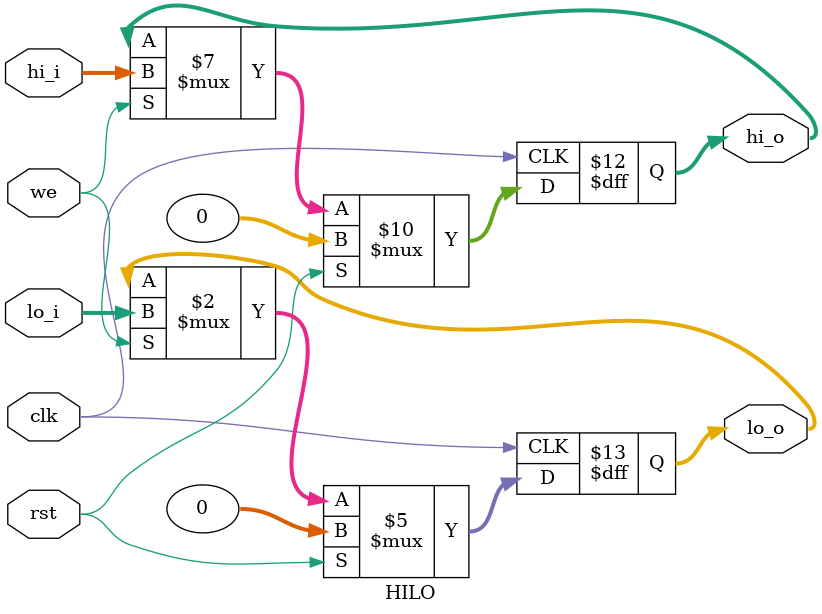
<source format=v>
/***************************************
 ********** Andy You Property **********
 ***************************************/


module HILO (clk, rst, we, hi_i, lo_i, hi_o, lo_o);

input  clk, rst, we;
input  [31:0] hi_i, lo_i;

output reg [31:0] hi_o, lo_o;

always @(posedge clk) begin
    if (rst) begin
	hi_o <= 32'h0;
	lo_o <= 32'h0;
    end
    else begin
	if (we) begin
	    hi_o <= hi_i;
	    lo_o <= lo_i;
	end
    end
end

endmodule

</source>
